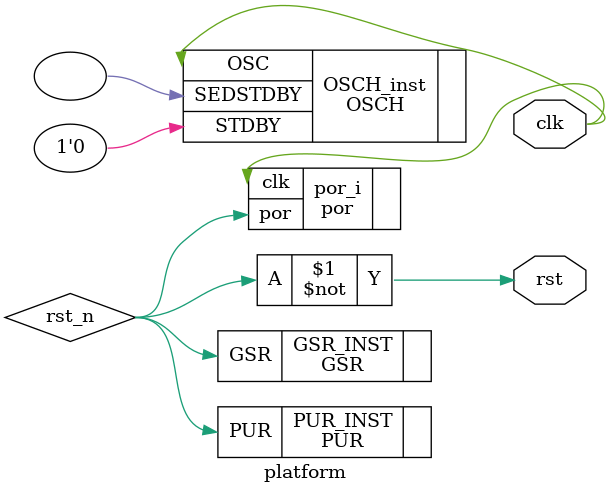
<source format=sv>
module platform
  (
   output logic clk,
   output logic rst
   );


defparam OSCH_inst.NOM_FREQ = "24.18";
OSCH OSCH_inst(.STDBY(1'b0),
               .OSC(clk),
               .SEDSTDBY());


   logic        rst_n;

defparam por_i.cycles = 1;
por por_i(.por(rst_n),
          .clk(clk));

assign rst = ~rst_n;

GSR GSR_INST(.GSR(rst_n));
PUR PUR_INST(.PUR(rst_n));

endmodule

</source>
